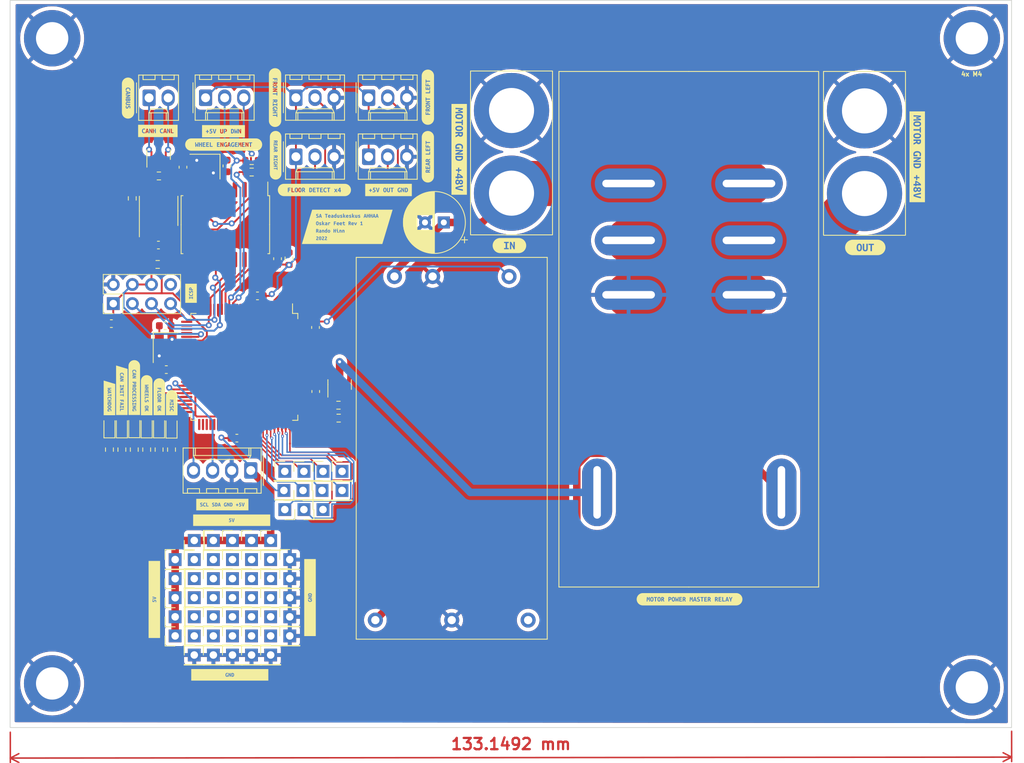
<source format=kicad_pcb>
(kicad_pcb (version 20211014) (generator pcbnew)
  (layers (0 "F.Cu" signal) (31 "B.Cu" signal) (34 "B.Paste" user) (35 "F.Paste" user) (36 "B.SilkS" user "B.Silkscreen") (37 "F.SilkS" user "F.Silkscreen") (38 "B.Mask" user) (39 "F.Mask" user) (44 "Edge.Cuts" user))
  (net 0 "")
  (net 1 "+5V")
  (net 2 "GND")
  (net 3 "/XTAL1")
  (net 4 "Net-(D1-Pad1)")
  (net 5 "Net-(D1-Pad2)")
  (net 6 "/SCK")
  (net 7 "/RESET")
  (net 8 "/MISO")
  (net 9 "/MOSI")
  (net 11 "Net-(R2-Pad1)")
  (net 18 "/CAN_SS")
  (net 32 "/SCL")
  (net 33 "/SDA")
  (net 44 "Net-(U1-Pad65)")
  (net 45 "Net-(U1-Pad66)")
  (net 46 "Net-(U1-Pad67)")
  (net 47 "Net-(U1-Pad68)")
  (net 48 "Net-(U1-Pad69)")
  (net 49 "Net-(U1-Pad70)")
  (net 50 "Net-(U1-Pad74)")
  (net 51 "Net-(U1-Pad73)")
  (net 52 "Net-(U1-Pad72)")
  (net 53 "Net-(U1-Pad71)")
  (net 57 "/MOTOR_PWR_EN")
  (net 75 "/TXCAN")
  (net 76 "/RXCAN")
  (net 80 "/RX0BF")
  (net 81 "/RX1BF")
  (net 82 "/CANRESET")
  (net 83 "/TX2RTS")
  (net 84 "/TX1RTS")
  (net 85 "/TX0RTS")
  (net 86 "/CORNER_SENSOR_RL")
  (net 87 "/CORNER_SENSOR_RR")
  (net 88 "/CORNER_SENSOR_FR")
  (net 89 "/CORNER_SENSOR_FL")
  (net 90 "/XTAL2")
  (net 92 "+48V")
  (net 93 "+12V")
  (net 94 "Net-(J7-Pad2)")
  (net 95 "Net-(K1-Pad1)")
  (net 96 "Net-(Q1-Pad1)")
  (net 97 "/WHEEL_ENGAGEMENT_UPPER")
  (net 98 "/WHEEL_ENGAGEMENT_LOWER")
  (net 99 "Net-(D2-Pad1)")
  (net 100 "Net-(D3-Pad1)")
  (net 101 "Net-(D4-Pad1)")
  (net 102 "Net-(D5-Pad1)")
  (net 103 "Net-(D6-Pad1)")
  (net 104 "Net-(D7-Pad1)")
  (net 105 "/LED1")
  (net 106 "/LED2")
  (net 107 "/LED3")
  (net 108 "/LED4")
  (net 109 "/LED5")
  (net 110 "/LED6")
  (net 114 "/OSC2")
  (net 115 "/OSC1")
  (net 143 "Net-(U1-Pad75)")
  (footprint "Connector_PinHeader_2.54mm:PinHeader_1x01_P2.54mm_Vertical" (layer "F.Cu") (at 79.4766 143.0274)
    (fp_text reference "J47" hide)
    (fp_text value "Conn_01x01_Male")
  )
  (footprint "Connector_PinHeader_2.54mm:PinHeader_1x01_P2.54mm_Vertical" (layer "F.Cu") (at 74.3966 135.4074)
    (fp_text reference "J40" hide)
    (fp_text value "Conn_01x01_Male")
  )
  (footprint "Connector_PinHeader_2.54mm:PinHeader_1x01_P2.54mm_Vertical" (layer "F.Cu") (at 88.8562 126.2126 180)
    (fp_text reference "J63" hide)
    (fp_text value "Conn_01x01_Male")
  )
  (footprint "kibuzzard-61FBB827" (layer "F.Cu") (at 105.4608 73.8832 90)
    (fp_text reference "kibuzzard-61FBB827" hide)
    (fp_text value "G***" hide)
  )
  (footprint "kibuzzard-620F6F6C" (layer "F.Cu") (at 78.3082 80.1878)
    (fp_text reference "kibuzzard-620F6F6C" hide)
    (fp_text value "G***" hide)
  )
  (footprint "Connector_Molex:Molex_KK-254_AE-6410-02A_1x02_P2.54mm_Vertical" (layer "F.Cu") (at 68.38676 73.97085)
    (fp_text reference "J2")
    (fp_text value "Conn_01x02_Male")
  )
  (footprint "Resistor_SMD:R_0603_1608Metric" (layer "F.Cu") (at 69.723 120.777 90)
    (fp_text reference "R11" hide)
    (fp_text value "tbd")
  )
  (footprint "Resistor_SMD:R_0603_1608Metric" (layer "F.Cu") (at 66.421 120.777 90)
    (fp_text reference "R9" hide)
    (fp_text value "tbd")
  )
  (footprint "kibuzzard-61FBB948" (layer "F.Cu") (at 100.2284 86.2276)
    (fp_text reference "kibuzzard-61FBB948" hide)
    (fp_text value "G***" hide)
  )
  (footprint "Connector_PinHeader_2.54mm:PinHeader_1x01_P2.54mm_Vertical" (layer "F.Cu") (at 79.4766 145.5674)
    (fp_text reference "J53" hide)
    (fp_text value "Conn_01x01_Male")
  )
  (footprint "MountingHole:MountingHole_4.3mm_M4_DIN965_Pad_TopBottom" (layer "F.Cu") (at 55.499 151.892)
    (fp_text reference "H3" hide)
    (fp_text value "MountingHole_Pad")
  )
  (footprint "LED_SMD:LED_0603_1608Metric" (layer "F.Cu") (at 64.77 117.729 90)
    (fp_text reference "D3" hide)
    (fp_text value "LED")
  )
  (footprint "Connector_PinHeader_2.54mm:PinHeader_1x01_P2.54mm_Vertical" (layer "F.Cu") (at 79.4766 148.1074)
    (fp_text reference "J30" hide)
    (fp_text value "Conn_01x01_Male")
  )
  (footprint "Capacitor_SMD:C_0603_1608Metric" (layer "F.Cu") (at 70.5278 104.2919)
    (fp_text reference "C4" hide)
    (fp_text value "TBD")
  )
  (footprint "Capacitor_SMD:C_0603_1608Metric" (layer "F.Cu") (at 69.63136 93.55965 180)
    (fp_text reference "C11" hide)
    (fp_text value "10u")
  )
  (footprint "MountingHole:MountingHole_4.3mm_M4_DIN965_Pad_TopBottom" (layer "F.Cu") (at 177.8 66.04)
    (fp_text reference "H4" hide)
    (fp_text value "MountingHole_Pad")
  )
  (footprint "Capacitor_SMD:C_0603_1608Metric" (layer "F.Cu") (at 63.373 104.013 180)
    (fp_text reference "C5" hide)
    (fp_text value "10u")
  )
  (footprint "Connector_PinHeader_2.54mm:PinHeader_1x01_P2.54mm_Vertical" (layer "F.Cu") (at 86.4362 128.7526 180)
    (fp_text reference "J65" hide)
    (fp_text value "Conn_01x01_Male")
  )
  (footprint "Package_QFP:TQFP-100_14x14mm_P0.5mm" (layer "F.Cu") (at 81.057 109.7705 -90)
    (fp_text reference "U1" hide)
    (fp_text value "ATmega2560-16A")
  )
  (footprint "Resistor_SMD:R_0603_1608Metric" (layer "F.Cu") (at 86.995 95.377 90)
    (fp_text reference "R4" hide)
    (fp_text value "10k")
  )
  (footprint "Connector_PinHeader_2.54mm:PinHeader_2x04_P2.54mm_Vertical" (layer "F.Cu") (at 63.627 101.346 90)
    (fp_text reference "J1" hide)
    (fp_text value "PROG")
  )
  (footprint "kibuzzard-620D462F" (layer "F.Cu") (at 116.3066 93.6244)
    (fp_text reference "kibuzzard-620D462F" hide)
    (fp_text value "G***" hide)
  )
  (footprint "Package_TO_SOT_SMD:SOT-23" (layer "F.Cu") (at 93.726 112.12 90)
    (fp_text reference "Q1" hide)
    (fp_text value "BC817")
  )
  (footprint "Connector_PinHeader_2.54mm:PinHeader_1x01_P2.54mm_Vertical" (layer "F.Cu") (at 87.0966 140.4874)
    (fp_text reference "J24" hide)
    (fp_text value "Conn_01x01_Male")
  )
  (footprint "Package_TO_SOT_SMD:SOT-23" (layer "F.Cu") (at 69.65676 81.52005 90)
    (fp_text reference "D1" hide)
    (fp_text value "PESD2CAN")
  )
  (footprint "Connector_Molex:Molex_KK-254_AE-6410-03A_1x03_P2.54mm_Vertical" (layer "F.Cu") (at 97.5868 73.958)
    (fp_text reference "J6" hide)
    (fp_text value "Conn_01x03_Male")
  )
  (footprint "Connector_PinHeader_2.54mm:PinHeader_1x01_P2.54mm_Vertical" (layer "F.Cu") (at 91.5162 123.6726)
    (fp_text reference "J60" hide)
    (fp_text value "Conn_01x01_Male")
  )
  (footprint "Oskar:XT90" (layer "F.Cu") (at 116.586 64.6536)
    (fp_text reference "J8" hide)
    (fp_text value "Conn_01x02_Male")
  )
  (footprint "Connector_PinHeader_2.54mm:PinHeader_1x01_P2.54mm_Vertical" (layer "F.Cu") (at 82.0166 140.4874)
    (fp_text reference "J50" hide)
    (fp_text value "Conn_01x01_Male")
  )
  (footprint "Connector_PinHeader_2.54mm:PinHeader_1x01_P2.54mm_Vertical" (layer "F.Cu") (at 79.4766 135.4074)
    (fp_text reference "J54" hide)
    (fp_text value "Conn_01x01_Male")
  )
  (footprint "LED_SMD:LED_0603_1608Metric" (layer "F.Cu") (at 66.421 117.7035 90)
    (fp_text reference "D4" hide)
    (fp_text value "LED")
  )
  (footprint "Connector_PinHeader_2.54mm:PinHeader_1x01_P2.54mm_Vertical" (layer "F.Cu") (at 84.5566 148.1074)
    (fp_text reference "J29" hide)
    (fp_text value "Conn_01x01_Male")
  )
  (footprint "Connector_PinHeader_2.54mm:PinHeader_1x01_P2.54mm_Vertical" (layer "F.Cu") (at 87.0966 137.9474)
    (fp_text reference "J22" hide)
    (fp_text value "Conn_01x01_Male")
  )
  (footprint "Connector_PinHeader_2.54mm:PinHeader_1x01_P2.54mm_Vertical" (layer "F.Cu") (at 74.3966 145.5674)
    (fp_text reference "J48" hide)
    (fp_text value "Conn_01x01_Male")
  )
  (footprint "Connector_PinHeader_2.54mm:PinHeader_1x01_P2.54mm_Vertical" (layer "F.Cu") (at 74.3966 132.8674 90)
    (fp_text reference "J12" hide)
    (fp_text value "Conn_01x01_Male")
  )
  (footprint "Connector_PinHeader_2.54mm:PinHeader_1x01_P2.54mm_Vertical" (layer "F.Cu") (at 76.9366 137.9474)
    (fp_text reference "J55" hide)
    (fp_text value "Conn_01x01_Male")
  )
  (footprint "Connector_Molex:Molex_KK-254_AE-6410-03A_1x03_P2.54mm_Vertical" (layer "F.Cu") (at 87.9168 81.808)
    (fp_text reference "J4" hide)
    (fp_text value "Conn_01x03_Male")
  )
  (footprint "kibuzzard-622E0128" (layer "F.Cu") (at 64.77 112.8776 -90)
    (fp_text reference "kibuzzard-622E0128" hide)
    (fp_text value "G***" hide)
  )
  (footprint "Resistor_SMD:R_0603_1608Metric" (layer "F.Cu") (at 82.0293 82.3209)
    (fp_text reference "R13" hide)
    (fp_text value "10k")
  )
  (footprint "Oskar:T92P11D22-12" (layer "F.Cu") (at 148.1582 126.4666)
    (fp_text reference "K1" hide)
    (fp_text value "T92P11D22-12")
  )
  (footprint "kibuzzard-62568EE0" (layer "F.Cu") (at 73.9648 99.9744 90)
    (fp_text reference "kibuzzard-62568EE0" hide)
    (fp_text value "G***" hide)
  )
  (footprint "Resistor_SMD:R_0603_1608Metric" (layer "F.Cu") (at 66.15156 87.34885 -90)
    (fp_text reference "R2" hide)
    (fp_text value "10k")
  )
  (footprint "Connector_PinHeader_2.54mm:PinHeader_1x01_P2.54mm_Vertical" (layer "F.Cu") (at 82.0166 143.0274)
    (fp_text reference "J32" hide)
    (fp_text value "Conn_01x01_Male")
  )
  (footprint "Connector_PinHeader_2.54mm:PinHeader_1x01_P2.54mm_Vertical" (layer "F.Cu") (at 71.8566 145.5674 90)
    (fp_text reference "J18" hide)
    (fp_text value "Conn_01x01_Male")
  )
  (footprint "Capacitor_SMD:C_0603_1608Metric" (layer "F.Cu") (at 72.898 83.198 90)
    (fp_text reference "C9" hide)
    (fp_text value "TBD")
  )
  (footprint "Connector_PinHeader_2.54mm:PinHeader_1x01_P2.54mm_Vertical" (layer "F.Cu") (at 86.3162 126.2126 180)
    (fp_text reference "J62" hide)
    (fp_text value "Conn_01x01_Male")
  )
  (footprint "Resistor_SMD:R_0603_1608Metric" (layer "F.Cu") (at 68.072 120.777 90)
    (fp_text reference "R10" hide)
    (fp_text value "tbd")
  )
  (footprint "Connector_PinHeader_2.54mm:PinHeader_1x01_P2.54mm_Vertical" (layer "F.Cu") (at 94.0562 123.6726)
    (fp_text reference "J61" hide)
    (fp_text value "Conn_01x01_Male")
  )
  (footprint "Connector_PinHeader_2.54mm:PinHeader_1x01_P2.54mm_Vertical" (layer "F.Cu") (at 82.0166 148.1074)
    (fp_text reference "J21" hide)
    (fp_text value "Conn_01x01_Male")
  )
  (footprint "kibuzzard-620D4649" (layer "F.Cu") (at 170.5356 81.8134 -90)
    (fp_text reference "kibuzzard-620D4649" hide)
    (fp_text value "G***" hide)
  )
  (footprint "Resistor_SMD:R_0603_1608Metric" (layer "F.Cu") (at 64.77 120.777 90)
    (fp_text reference "R8" hide)
    (fp_text value "tbd")
  )
  (footprint "kibuzzard-622E0245" (layer "F.Cu") (at 63.119 113.8936 -90)
    (fp_text reference "kibuzzard-622E0245" hide)
    (fp_text value "G***" hide)
  )
  (footprint "LED_SMD:LED_0603_1608Metric" (layer "F.Cu") (at 71.374 117.7545 90)
    (fp_text reference "D7" hide)
    (fp_text value "LED")
  )
  (footprint "kibuzzard-625E7F64" (layer "F.Cu") (at 89.789 140.462 90)
    (fp_text reference "kibuzzard-625E7F64" hide)
    (fp_text value "G***" hide)
  )
  (footprint "kibuzzard-622E0714" (layer "F.Cu") (at 68.072 113.538 -90)
    (fp_text reference "kibuzzard-622E0714" hide)
    (fp_text value "G***" hide)
  )
  (footprint "Connector_Molex:Molex_KK-254_AE-6410-03A_1x03_P2.54mm_Vertical" (layer "F.Cu") (at 75.900455 73.958)
    (fp_text reference "J9" hide)
    (fp_text value "Conn_01x03_Male")
  )
  (footprint "LED_SMD:LED_0603_1608Metric" (layer "F.Cu") (at 63.119 117.729 90)
    (fp_text reference "D2" hide)
    (fp_text value "LED")
  )
  (footprint "Package_SO:SOIC-8_3.9x4.9mm_P1.27mm" (layer "F.Cu") (at 69.65676 89.01305 90)
    (fp_text reference "U3" hide)
    (fp_text value "MCP2551-I-SN")
  )
  (footprint "LED_SMD:LED_0603_1608Metric" (layer "F.Cu") (at 68.072 117.729 90)
    (fp_text reference "D5" hide)
    (fp_text value "LED")
  )
  (footprint "Oskar:MPRB4812LD-30W" (layer "F.Cu") (at 108.3358 120.604245 -90)
    (fp_text reference "U4" hide)
    (fp_text value "MPRB4812LD-30W")
  )
  (footprint "Capacitor_SMD:C_0603_1608Metric" (layer "F.Cu") (at 82.804 100.3217 180)
    (fp_text reference "C7" hide)
    (fp_text value "10u")
  )
  (footprint "kibuzzard-61FBB893" (layer "F.Cu") (at 105.4608 81.808 90)
    (fp_text reference "kibuzzard-61FBB893" hide)
    (fp_text value "G***" hide)
  )
  (footprint "Crystal:Crystal_SMD_Abracon_ABM8G-4Pin_3.2x2.5mm" (layer "F.Cu") (at 75.819 83.1218 180)
    (fp_text reference "Y1" hide)
    (fp_text value "Crystal_GND24")
  )
  (footprint "Connector_PinHeader_2.54mm:PinHeader_1x01_P2.54mm_Vertical" (layer "F.Cu") (at 87.0966 143.0274)
    (fp_text reference "J25" hide)
    (fp_text value "Conn_01x01_Male")
  )
  (footprint "kibuzzard-620F6F5F" (layer "F.Cu") (at 78.2828 78.4098)
    (fp_text reference "kibuzzard-620F6F5F" hide)
    (fp_text value "G***" hide)
  )
  (footprint "kibuzzard-625E7F56" (layer "F.Cu") (at 69.088 140.716 90)
    (fp_text reference "kibuzzard-625E7F56" hide)
    (fp_text value "G***" hide)
  )
  (footprint "kibuzzard-62568F06" (layer "F.Cu") (at 71.3994 114.5286 -90)
    (fp_text reference "kibuzzard-62568F06" hide)
    (fp_text value "G***" hide)
  )
  (footprint "Connector_PinHeader_2.54mm:PinHeader_1x01_P2.54mm_Vertical" (layer "F.Cu") (at 88.9762 128.7526 180)
    (fp_text reference "J64" hide)
    (fp_text value "Conn_01x01_Male")
  )
  (footprint "kibuzzard-61FBBA02" (layer "F.Cu") (at 69.55516 78.37045)
    (fp_text reference "kibuzzard-61FBBA02" hide)
    (fp_text value "G***" hide)
  )
  (footprint "MountingHole:MountingHole_4.3mm_M4_DIN965_Pad_TopBottom" (layer "F.Cu") (at 55.499 66.04)
    (fp_text reference "H2" hide)
    (fp_text value "MountingHole_Pad")
  )
  (footprint "Connector_PinHeader_2.54mm:PinHeader_1x01_P2.54mm_Vertical" (layer "F.Cu") (at 88.9762 123.6726)
    (fp_text reference "J59" hide)
    (fp_text value "Conn_01x01_Male")
  )
  (footprint "MountingHole:MountingHole_4.3mm_M4_DIN965_Pad_TopBottom" (layer "F.Cu") (at 177.8 152.4)
    (fp_text reference "H1" hide)
    (fp_text value "MountingHole_Pad")
  )
  (footprint "kibuzzard-620D4636" (layer "F.Cu") (at 163.6268 93.8784)
    (fp_text reference "kibuzzard-620D4636" hide)
    (fp_text value "G***" hide)
  )
  (footprint "Connector_PinHeader_2.54mm:PinHeader_1x01_P2.54mm_Vertical" (layer "F.Cu") (at 87.0966 135.4074)
    (fp_text reference "J28" hide)
    (fp_text value "Conn_01x01_Male")
  )
  (footprint "Connector_PinHeader_2.54mm:PinHeader_1x01_P2.54mm_Vertical" (layer "F.Cu") (at 84.5566 143.0274)
    (fp_text reference "J36" hide)
    (fp_text value "Conn_01x01_Male")
  )
  (footprint "Connector_PinHeader_2.54mm:PinHeader_1x01_P2.54mm_Vertical" (layer "F.Cu") (at 76.9366 145.5674)
    (fp_text reference "J38" hide)
    (fp_text value "Conn_01x01_Male")
  )
  (footprint "Connector_PinHeader_2.54mm:PinHeader_1x01_P2.54mm_Vertical" (layer "F.Cu") (at 76.9366 135.4074)
    (fp_text reference "J31" hide)
    (fp_text value "Conn_01x01_Male")
  )
  (footprint "Resistor_SMD:R_0603_1608Metric" (layer "F.Cu") (at 69.533 96.139 180)
    (fp_text reference "R1" hide)
    (fp_text value "10k")
  )
  (footprint "Capacitor_SMD:C_0603_1608Metric" (layer "F.Cu") (at 80.0608 119.253)
    (fp_text reference "C6" hide)
    (fp_text value "10u")
  )
  (footprint "Connector_PinHeader_2.54mm:PinHeader_1x01_P2.54mm_Vertical" (layer "F.Cu") (at 76.9366 132.8674)
    (fp_text reference "J11" hide)
    (fp_text value "Conn_01x01_Male")
  )
  (footprint "Connector_PinHeader_2.54mm:PinHeader_1x01_P2.54mm_Vertical" (layer "F.Cu") (at 84.5566 137.9474)
    (fp_text reference "J33" hide)
    (fp_text value "Conn_01x01_Male")
  )
  (footprint "Oskar:XT90" (layer "F.Cu") (at 163.5252 64.7044)
    (fp_text reference "J7" hide)
    (fp_text value "Conn_01x02_Female")
  )
  (footprint "Connector_Molex:Molex_KK-254_AE-6410-04A_1x04_P2.54mm_Vertical" (layer "F.Cu") (at 81.915 123.551 180)
    (fp_text reference "J10" hide)
    (fp_text value "Conn_01x04_Male")
  )
  (footprint "Connector_PinHeader_2.54mm:PinHeader_1x01_P2.54mm_Vertical" (layer "F.Cu") (at 94.0562 126.2126)
    (fp_text reference "J66" hide)
    (fp_text value "Conn_01x01_Male")
  )
  (footprint "Connector_PinHeader_2.54mm:PinHeader_1x01_P2.54mm_Vertical" (layer "F.Cu") (at 91.5162 128.7526)
    (fp_text reference "J56" hide)
    (fp_text value "Conn_01x01_Male")
  )
  (footprint "Capacitor_SMD:C_0603_1608Metric" (layer "F.Cu") (at 85.471 95.377 90)
    (fp_text reference "C10" hide)
    (fp_text value "10u")
  )
  (footprint "Connector_PinHeader_2.54mm:PinHeader_1x01_P2.54mm_Vertical" (layer "F.Cu") (at 71.8566 135.4074)
    (fp_text reference "J20" hide)
    (fp_text value "Conn_01x01_Male")
  )
  (footprint "kibuzzard-61FBBA21" (layer "F.Cu") (at 65.59276 74.00165 -90)
    (fp_text reference "kibuzzard-61FBBA21" hide)
    (fp_text value "G***" hide)
  )
  (footprint "kibuzzard-6256903B" (layer "F.Cu") (at 94.742 91.1352)
    (fp_text reference "kibuzzard-6256903B" hide)
    (fp_text value "G***" hide)
  )
  (footprint "Connector_PinHeader_2.54mm:PinHeader_1x01_P2.54mm_Vertical" (layer "F.Cu") (at 79.4766 132.8674)
    (fp_text reference "J15" hide)
    (fp_text value "Conn_01x01_Male")
  )
  (footprint "Connector_PinHeader_2.54mm:PinHeader_1x01_P2.54mm_Vertical" (layer "F.Cu") (at 79.4766 137.9474)
    (fp_text reference "J39" hide)
    (fp_text value "Conn_01x01_Male")
  )
  (footprint "Package_SO:SOIC-18W_7.5x11.6mm_P1.27mm" (layer "F.Cu") (at 78.5368 90.8434 -90)
    (fp_text reference "U2" hide)
    (fp_text value "MCP2515-xSO")
  )
  (footprint "Resistor_SMD:R_0603_1608Metric" (layer "F.Cu") (at 93.5736 114.8655 180)
    (fp_text reference "R5" hide)
    (fp_text value "330")
  )
  (footprint "Connector_PinHeader_2.54mm:PinHeader_1x01_P2.54mm_Vertical" (layer "F.Cu") (at 84.5566 132.8674)
    (fp_text reference "J17" hide)
    (fp_text value "Conn_01x01_Male")
  )
  (footprint "kibuzzard-61FBB8B4" (layer "F.Cu") (at 85.1408 73.934 -90)
    (fp_text reference "kibuzzard-61FBB8B4" hide)
    (fp_text value "G***" hide)
  )
  (footprint "Connector_PinHeader_2.54mm:PinHeader_1x01_P2.54mm_Vertical" (layer "F.Cu") (at 79.4766 140.4874)
    (fp_text reference "J44" hide)
    (fp_text value "Conn_01x01_Male")
  )
  (footprint "Capacitor_SMD:C_0603_1608Metric" (layer "F.Cu") (at 90.551 113.043 90)
    (fp_text reference "C1" hide)
    (fp_text value "10u")
  )
  (footprint "kibuzzard-622DE651" (layer "F.Cu") (at 85.217 81.6102 -90)
    (fp_text reference "kibuzzard-622DE651" hide)
    (fp_text value "G***" hide)
  )
  (footprint "Resistor_SMD:R_0603_1608Metric" (layer "F.Cu") (at 82.0293 83.8449)
    (fp_text reference "R14" hide)
    (fp_text value "10k")
  )
  (footprint "Connector_PinHeader_2.54mm:PinHeader_1x01_P2.54mm_Vertical" (layer "F.Cu") (at 84.5566 135.4074)
    (fp_text reference "J43" hide)
    (fp_text value "Conn_01x01_Male")
  )
  (footprint "Connector_PinHeader_2.54mm:PinHeader_1x01_P2.54mm_Vertical" (layer "F.Cu") (at 82.0166 132.8674)
    (fp_text reference "J13" hide)
    (fp_text value "Conn_01x01_Male")
  )
  (footprint "Connector_Molex:Molex_KK-254_AE-6410-03A_1x03_P2.54mm_Vertical" (layer "F.Cu") (at 97.5868 81.808)
    (fp_text reference "J3" hide)
    (fp_text value "Conn_01x03_Male")
  )
  (footprint "Resistor_SMD:R_0603_1608Metric" (layer "F.Cu") (at 71.374 120.777 90)
    (fp_text reference "R12" hide)
    (fp_text value "tbd")
  )
  (footprint "Connector_PinHeader_2.54mm:PinHeader_1x01_P2.54mm_Vertical" (layer "F.Cu") (at 71.8566 140.4874 90)
    (fp_text reference "J19" hide)
    (fp_text value "Conn_01x01_Male")
  )
  (footprint "Resistor_SMD:R_0603_1608Metric" (layer "F.Cu") (at 69.69536 84.36485)
    (fp_text reference "R3" hide)
    (fp_text value "120")
  )
  (footprint "Capacitor_SMD:C_0603_1608Metric" (layer "F.Cu") (at 90.5198 104.5227 -90)
    (fp_text reference "C2" hide)
    (fp_text value "10u")
  )
  (footprint "Connector_PinHeader_2.54mm:PinHeader_1x01_P2.54mm_Vertical" (layer "F.Cu") (at 76.9366 143.0274)
    (fp_text reference "J34" hide)
    (fp_text value "Conn_01x01_Male")
  )
  (footprint "Capacitor_SMD:C_0603_1608Metric" (layer "F.Cu") (at 78.74 83.0326 90)
    (fp_text reference "C8" hide)
    (fp_text value "TBD")
  )
  (footprint "Connector_PinHeader_2.54mm:PinHeader_1x01_P2.54mm_Vertical" (layer "F.Cu") (at 74.3966 140.4874)
    (fp_text reference "J52" hide)
    (fp_text value "Conn_01x01_Male")
  )
  (footprint "kibuzzard-625E7F64" (layer "F.Cu") (at 79.121 150.749)
    (fp_text reference "kibuzzard-625E7F64" hide)
    (fp_text value "G***" hide)
  )
  (footprint "Connector_PinHeader_2.54mm:PinHeader_1x01_P2.54mm_Vertical" (layer "F.Cu") (at 76.9366 148.1074)
    (fp_text reference "J27" hide)
    (fp_text value "Conn_01x01_Male")
  )
  (footprint "Connector_PinHeader_2.54mm:PinHeader_1x01_P2.54mm_Vertical" (layer "F.Cu") (at 74.3966 143.0274)
    (fp_text reference "J42" hide)
    (fp_text value "Conn_01x01_Male")
  )
  (footprint "Connector_PinHeader_2.54mm:PinHeader_1x01_P2.54mm_Vertical" (layer "F.Cu") (at 86.4362 123.6726)
    (fp_text reference "J58" hide)
    (fp_text value "Conn_01x01_Male")
  )
  (footprint "Connector_PinHeader_2.54mm:PinHeader_1x01_P2.54mm_Vertical" (layer "F.Cu") (at 82.0166 145.5674)
    (fp_text reference "J49" hide)
    (fp_text value "Conn_01x01_Male")
  )
  (footprint "kibuzzard-620D4649" (layer "F.Cu") (at 109.6264 80.8228 -90)
    (fp_text reference "kibuzzard-620D4649" hide)
    (fp_text value "G***" hide)
  )
  (footprint "Connector_PinHeader_2.54mm:PinHeader_1x01_P2.54mm_Vertical" (layer "F.Cu") (at 87.0966 145.5674)
    (fp_text reference "J23" hide)
    (fp_text value "Conn_01x01_Male")
  )
  (footprint "Resistor_SMD:R_0603_1608Metric" (layer "F.Cu") (at 63.119 120.777 90)
    (fp_text reference "R7" hide)
    (fp_text value "tbd")
  )
  (footprint "kibuzzard-61FC1DAC" (layer "F.Cu") (at 140.2588 140.6906)
    (fp_text reference "kibuzzard-61FC1DAC" hide)
    (fp_text value "G***" hide)
  )
  (footprint "Connector_PinHeader_2.54mm:PinHeader_1x01_P2.54mm_Vertical" (layer "F.Cu") (at 71.8566 137.9474 90)
    (fp_text reference "J16" hide)
    (fp_text value "Conn_01x01_Male")
  )
  (footprint "Connector_PinHeader_2.54mm:PinHeader_1x01_P2.54mm_Vertical" (layer "F.Cu") (at 76.9366 140.4874)
    (fp_text reference "J51" hide)
    (fp_text value "Conn_01x01_Male")
  )
  (footprint "Resistor_SMD:R_0603_1608Metric" (layer "F.Cu") (at 93.599 116.586)
    (fp_text reference "R6" hide)
    (fp_text value "10k")
  )
  (footprint "Connector_PinHeader_2.54mm:PinHeader_1x01_P2.54mm_Vertical" (layer "F.Cu") (at 74.3966 137.9474)
    (fp_text reference "J37" hide)
    (fp_text value "Conn_01x01_Male")
  )
  (footprint "Connector_PinHeader_2.54mm:PinHeader_1x01_P2.54mm_Vertical" (layer "F.Cu") (at 82.0166 137.9474)
    (fp_text reference "J46" hide)
    (fp_text value "Conn_01x01_Male")
  )
  (footprint "kibuzzard-625E7F56" (layer "F.Cu") (at 79.375 130.175)
    (fp_text reference "kibuzzard-625E7F56" hide)
    (fp_text value "G***" hide)
  )
  (footprint "Connector_PinHeader_2.54mm:PinHeader_1x01_P2.54mm_Vertical" (layer "F.Cu") (at 91.3962 126.2126)
    (fp_text reference "J67" hide)
    (fp_text value "Conn_01x01_Male")
  )
  (footprint "Capacitor_SMD:C_0603_1608Metric" (layer "F.Cu") (at 70.6802 110.1339)
    (fp_text reference "C3" hide)
    (fp_text value "TBD")
  )
  (footprint "LED_SMD:LED_0603_1608Metric" (layer "F.Cu") (at 69.723 117.729 90)
    (fp_text reference "D6" hide)
    (fp_text value "LED")
  )
  (footprint "kibuzzard-622E021D" (layer "F.Cu") (at 66.421 112.522 -90)
    (fp_text reference "kibuzzard-622E021D" hide)
    (fp_text value "G***" hide)
  )
  (footprint "Connector_Molex:Molex_KK-254_AE-6410-03A_1x03_P2.54mm_Vertical" (layer "F.Cu") (at 87.9168 73.958)
    (fp_text reference "J5" hide)
    (fp_text value "Conn_01x03_Male")
  )
  (footprint "Connector_PinHeader_2.54mm:PinHeader_1x01_P2.54mm_Vertical" (layer "F.Cu") (at 84.5566 145.5674)
    (fp_text reference "J45" hide)
    (fp_text value "Conn_01x01_Male")
  )
  (footprint "kibuzzard-622E0709" (layer "F.Cu") (at 69.7484 113.7412 -90)
    (fp_text reference "kibuzzard-622E0709" hide)
    (fp_text value "G***" hide)
  )
  (footprint "Connector_PinHeader_2.54mm:PinHeader_1x01_P2.54mm_Vertical" (layer "F.Cu") (at 71.8566 143.0274 90)
    (fp_text reference "J14" hide)
    (fp_text value "Conn_01x01_Male")
  )
  (footprint "Crystal:Crystal_SMD_Abracon_ABM8G-4Pin_3.2x2.5mm" (layer "F.Cu") (at 70.5922 107.2051 -90)
    (fp_text reference "Y3" hide)
    (fp_text value "Crystal_GND24")
  )
  (footprint "Connector_PinHeader_2.54mm:PinHeader_1x01_P2.54mm_Vertical" (layer "F.Cu") (at 84.5566 140.4874)
    (fp_text reference "J35" hide)
    (fp_text value "Conn_01x01_Male")
  )
  (footprint "Connector_PinHeader_2.54mm:PinHeader_1x01_P2.54mm_Vertical" (layer "F.Cu") (at 74.3966 148.1074)
    (fp_text reference "J26" hide)
    (fp_text value "Conn_01x01_Male")
  )
  (footprint "kibuzzard-61FBBAE0" (layer "F.Cu") (at 90.3732 86.2276)
    (fp_text reference "kibuzzard-61FBBAE0" hide)
    (fp_text value "G***" hide)
  )
  (footprint "kibuzzard-623B0250" (layer "F.Cu") (at 78.1304 128.0922)
    (fp_text reference "kibuzzard-623B0250" hide)
    (fp_text value "G***" hide)
  )
  (footprint "Capacitor_THT:CP_Radial_D8.0mm_P2.50mm" (layer "F.Cu") (at 107.578651 90.551 180)
    (fp_text reference "C12" hide)
    (fp_text value "TBD")
  )
  (footprint "Connector_PinHeader_2.54mm:PinHeader_1x01_P2.54mm_Vertical" (layer "F.Cu") (at 82.0166 135.4074)
    (fp_text reference "J41" hide)
    (fp_text value "Conn_01x01_Male")
  )
  (gr_rect (start 49.9116 61) (end 183.0855 157.759669) (layer "Edge.Cuts") (width 0.1) (fill none))
  (gr_text "4x M4" (at 177.7746 70.8152) (layer "F.SilkS") (effects (font (size 0.6 0.6) (thickness 0.14))))
  (dimension (type aligned) (layer "F.Cu") (pts (xy 49.9364 157.8864) (xy 183.0855 157.759669)) (height 3.936533) (gr_text "133,1492 mm" (at 116.512984 159.959567 0.05453354131) (layer "F.Cu") (effects (font (size 1.5 1.5) (thickness 0.3)))) (format (units 3) (units_format 1) (precision 4)) (style (thickness 0.2) (arrow_length 1.27) (text_position_mode 0) (extension_height 0.58642) (extension_offset 0.5) keep_text_aligned))
  (segment (start 71.542521 99.980511) (end 69.881511 99.980511) (width 0.25) (layer "F.Cu") (net 1))
  (segment (start 83.416994 103.7705) (end 88.7195 103.7705) (width 0.25) (layer "F.Cu") (net 1))
  (segment (start 83.579 100.3217) (end 84.4633 100.3217) (width 0.25) (layer "F.Cu") (net 1))
  (segment (start 70.40636 96.09064) (end 70.358 96.139) (width 0.25) (layer "F.Cu") (net 1))
  (segment (start 76.073 105.664) (end 76.073 105.005953) (width 0.25) (layer "F.Cu") (net 1))
  (segment (start 74.197006 106.2705) (end 75.4665 106.2705) (width 0.25) (layer "F.Cu") (net 1))
  (segment (start 70.104 99.949) (end 70.072489 99.917489) (width 0.25) (layer "F.Cu") (net 1))
  (segment (start 78.0796 119.253) (end 78.0034 119.1768) (width 0.25) (layer "F.Cu") (net 1))
  (segment (start 71.8566 133.5574) (end 72.5466 132.8674) (width 1) (layer "F.Cu") (net 1))
  (segment (start 82.557 102.910506) (end 83.416994 103.7705) (width 0.25) (layer "F.Cu") (net 1))
  (segment (start 70.29176 93.44505) (end 70.40636 93.55965) (width 0.25) (layer "F.Cu") (net 1))
  (segment (start 87.916994 113.7705) (end 87.53152 113.385026) (width 0.25) (layer "F.Cu") (net 1))
  (segment (start 87.53152 104.155974) (end 87.916994 103.7705) (width 0.25) (layer "F.Cu") (net 1))
  (segment (start 92.0242 103.7336) (end 90.5339 103.7336) (width 0.25) (layer "F.Cu") (net 1))
  (segment (start 82.557 102.108) (end 82.557 101.305494) (width 0.25) (layer "F.Cu") (net 1))
  (segment (start 79.2858 119.253) (end 78.0796 119.253) (width 0.25) (layer "F.Cu") (net 1))
  (segment (start 80.316514 116.37098) (end 87.31338 116.37098) (width 0.25) (layer "F.Cu") (net 1))
  (segment (start 80.057 116.630494) (end 80.316514 116.37098) (width 0.25) (layer "F.Cu") (net 1))
  (segment (start 87.53152 113.385026) (end 87.53152 104.155974) (width 0.25) (layer "F.Cu") (net 1))
  (segment (start 87.53152 116.17648) (end 87.53152 113.385026) (width 0.25) (layer "F.Cu") (net 1))
  (segment (start 71.8566 145.5674) (end 71.8566 135.4074) (width 1) (layer "F.Cu") (net 1))
  (segment (start 83.540794 100.3217) (end 83.579 100.3217) (width 0.25) (layer "F.Cu") (net 1))
  (segment (start 70.072489 99.917489) (end 70.072489 96.424511) (width 0.25) (layer "F.Cu") (net 1))
  (segment (start 87.31338 116.37098) (end 87.3252 116.3828) (width 0.25) (layer "F.Cu") (net 1))
  (segment (start 85.471 96.152) (end 84.2754 96.152) (width 0.25) (layer "F.Cu") (net 1))
  (segment (start 84.5566 126.1926) (end 84.5566 132.8674) (width 1) (layer "F.Cu") (net 1))
  (segment (start 63.627 102.984) (end 63.627 101.346) (width 0.25) (layer "F.Cu") (net 1))
  (segment (start 72.712505 101.150495) (end 71.542521 99.980511) (width 0.25) (layer "F.Cu") (net 1))
  (segment (start 74.197006 106.2705) (end 74.549 106.622494) (width 0.25) (layer "F.Cu") (net 1))
  (segment (start 90.5339 103.7336) (end 90.5198 103.7477) (width 0.25) (layer "F.Cu") (net 1))
  (segment (start 70.29176 91.111978) (end 70.29176 91.48805) (width 0.25) (layer "F.Cu") (net 1))
  (segment (start 82.557 102.108) (end 82.557 102.910506) (width 0.25) (layer "F.Cu") (net 1))
  (segment (start 70.29176 91.48805) (end 70.29176 93.44505) (width 0.25) (layer "F.Cu") (net 1))
  (segment (start 97.5868 73.958) (end 97.5868 81.808) (width 0.25) (layer "F.Cu") (net 1))
  (segment (start 71.8566 135.4074) (end 71.8566 133.5574) (width 1) (layer "F.Cu") (net 1))
  (segment (start 90.551 113.818) (end 90.5035 113.7705) (width 0.25) (layer "F.Cu") (net 1))
  (segment (start 72.712505 101.645458) (end 72.712505 101.150495) (width 0.25) (layer "F.Cu") (net 1))
  (segment (start 72.5466 132.8674) (end 74.3966 132.8674) (width 1) (layer "F.Cu") (net 1))
  (segment (start 62.598 104.013) (end 63.627 102.984) (width 0.25) (layer "F.Cu") (net 1))
  (segment (start 70.40636 93.55965) (end 70.40636 96.09064) (width 0.25) (layer "F.Cu") (net 1))
  (segment (start 74.549 116.205) (end 74.71498 116.37098) (width 0.25) (layer "F.Cu") (net 1))
  (segment (start 80.057 117.433) (end 80.057 116.630494) (width 0.25) (layer "F.Cu") (net 1))
  (segment (start 82.557 101.305494) (end 83.540794 100.3217) (width 0.25) (layer "F.Cu") (net 1))
  (segment (start 63.627 101.346) (end 64.992489 99.980511) (width 0.25) (layer "F.Cu") (net 1))
  (segment (start 87.916994 103.7705) (end 88.7195 103.7705) (width 0.25) (layer "F.Cu") (net 1))
  (segment (start 87.3252 116.3828) (end 87.53152 116.17648) (width 0.25) (layer "F.Cu") (net 1))
  (segment (start 86.945 96.152) (end 86.995 96.202) (width 0.25) (layer "F.Cu") (net 1))
  (segment (start 84.2754 96.152) (end 83.6168 95.4934) (width 0.25) (layer "F.Cu") (net 1))
  (segment (start 87.9168 73.958) (end 87.9168 81.808) (width 0.25) (layer "F.Cu") (net 1))
  (segment (start 84.4633 100.3217) (end 84.709 100.076) (width 0.25) (layer "F.Cu") (net 1))
  (segment (start 70.072489 96.424511) (end 70.358 96.139) (width 0.25) (layer "F.Cu") (net 1))
  (segment (start 73.3867 106.2783) (end 73.3945 106.2705) (width 0.25) (layer "F.Cu") (net 1))
  (segment (start 64.992489 99.980511) (end 70.072489 99.980511) (width 0.25) (layer "F.Cu") (net 1))
  (segment (start 80.057 118.4818) (end 79.2858 119.253) (width 0.25) (layer "F.Cu") (net 1))
  (segment (start 90.497 103.7705) (end 90.5198 103.7477) (width 0.25) (layer "F.Cu") (net 1))
  (segment (start 74.549 106.622494) (end 74.549 116.205) (width 0.25) (layer "F.Cu") (net 1))
  (segment (start 80.057 117.433) (end 80.057 118.4818) (width 0.25) (layer "F.Cu") (net 1))
  (segment (start 73.3945 106.2705) (end 74.197006 106.2705) (width 0.25) (layer "F.Cu") (net 1))
  (segment (start 88.7195 113.7705) (end 87.916994 113.7705) (width 0.25) (layer "F.Cu") (net 1))
  (segment (start 75.4665 106.2705) (end 76.073 105.664) (width 0.25) (layer "F.Cu") (net 1))
  (segment (start 90.5035 113.7705) (end 88.7195 113.7705) (width 0.25) (layer "F.Cu") (net 1))
  (segment (start 70.072489 99.980511) (end 70.104 99.949) (width 0.25) (layer "F.Cu") (net 1))
  (segment (start 76.073 105.005953) (end 72.712505 101.645458) (width 0.25) (layer "F.Cu") (net 1))
  (segment (start 85.471 96.152) (end 86.945 96.152) (width 0.25) (layer "F.Cu") (net 1))
  (segment (start 74.71498 116.37098) (end 80.316514 116.37098) (width 0.25) (layer "F.Cu") (net 1))
  (segment (start 74.3966 132.8674) (end 84.5566 132.8674) (width 1) (layer "F.Cu") (net 1))
  (segment (start 88.7195 103.7705) (end 90.497 103.7705) (width 0.25) (layer "F.Cu") (net 1))
  (segment (start 81.915 123.551) (end 84.5566 126.1926) (width 1) (layer "F.Cu") (net 1))
  (via blind (at 92.0242 103.7336) (size 0.8) (drill 0.4) (layers "F.Cu" "B.Cu") (net 1))
  (via (at 86.995 96.202) (size 0.8) (drill 0.4) (layers "F.Cu" "B.Cu") (net 1))
  (via blind (at 78.0034 119.1768) (size 0.8) (drill 0.4) (layers "F.Cu" "B.Cu") (net 1))
  (via blind (at 84.709 100.076) (size 0.8) (drill 0.4) (layers "F.Cu" "B.Cu") (net 1))
  (segment (start 84.709 100.076) (end 85.471 99.314) (width 0.25) (layer "B.Cu") (net 1))
  (segment (start 96.16728 72.53848) (end 97.5868 73.958) (width 0.25) (layer "B.Cu") (net 1))
  (segment (start 78.0034 119.1768) (end 81.915 123.0884) (width 0.25) (layer "B.Cu") (net 1))
  (segment (start 116.2558 97.744245) (end 114.931289 96.419734) (width 0.25) (layer "B.Cu") (net 1))
  (segment (start 81.915 123.0884) (end 81.915 123.551) (width 0.25) (layer "B.Cu") (net 1))
  (segment (start 99.338066 96.419734) (end 92.0242 103.7336) (width 0.25) (layer "B.Cu") (net 1))
  (segment (start 87.9168 73.958) (end 89.33632 72.53848) (width 0.25) (layer "B.Cu") (net 1))
  (segment (start 77.319975 72.53848) (end 86.49728 72.53848) (width 0.25) (layer "B.Cu") (net 1))
  (segment (start 87.9168 81.808) (end 87.9168 95.2802) (width 0.25) (layer "B.Cu") (net 1))
  (segment (start 114.931289 96.419734) (end 99.338066 96.419734) (width 0.25) (layer "B.Cu") (net 1))
  (segment (start 89.33632 72.53848) (end 96.16728 72.53848) (width 0.25) (layer "B.Cu") (net 1))
  (segment (start 86.49728 72.53848) (end 87.9168 73.958) (width 0.25) (layer "B.Cu") (net 1))
  (segment (start 85.471 99.314) (end 85.471 97.726) (width 0.25) (layer "B.Cu") (net 1))
  (segment (start 87.9168 95.2802) (end 86.995 96.202) (width 0.25) (layer "B.Cu") (net 1))
  (segment (start 75.900455 73.958) (end 77.319975 72.53848) (width 0.25) (layer "B.Cu") (net 1))
  (segment (start 85.471 97.726) (end 86.995 96.202) (width 0.25) (layer "B.Cu") (net 1))
  (segment (start 63.119 121.602) (end 71.374 121.602) (width 0.25) (layer "F.Cu") (net 2))
  (segment (start 73.0492 82.2718) (end 72.898 82.423) (width 0.25) (layer "F.Cu") (net 2))
  (segment (start 78.74 83.8076) (end 77.089 83.8076) (width 0.25) (layer "F.Cu") (net 2))
  (segment (start 77.089 83.8076) (end 76.9366 83.96) (width 0.25) (layer "F.Cu") (net 2))
  (segment (start 88.7195 113.2705) (end 89.5485 113.2705) (width 0.25) (layer "F.Cu") (net 2))
  (segment (start 71.4422 106.1051) (end 71.4422 104.4313) (width 0.25) (layer "F.Cu") (net 2))
  (segment (start 74.719 82.2758) (end 74.7268 82.2836) (width 0.25) (layer "F.Cu") (net 2))
  (segment (start 69.7422 109.9709) (end 69.9052 110.1339) (width 0.25) (layer "F.Cu") (net 2))
  (segment (start 69.7422 108.3051) (end 69.7422 109.9709) (width 0.25) (layer "F.Cu") (net 2))
  (segment (start 132.1562 100.1776) (end 148.1582 100.1776) (width 6) (layer "F.Cu") (net 2))
  (segment (start 89.790462 104.2705) (end 90.5198 104.999838) (width 0.25) (layer "F.Cu") (net 2))
  (segment (start 69.02176 91.48805) (end 69.02176 93.39425) (width 0.25) (layer "F.Cu") (net 2))
  (segment (start 80.557 117.433) (end 80.557 118.9742) (width 0.25) (layer "F.Cu") (net 2))
  (segment (start 73.3945 106.7705) (end 72.1076 106.7705) (width 0.25) (layer "F.Cu") (net 2))
  (segment (start 88.7195 104.2705) (end 89.790462 104.2705) (width 0.25) (layer "F.Cu") (net 2))
  (segment (start 82.057 102.108) (end 82.057 100.3497) (width 0.25) (layer "F.Cu") (net 2))
  (segment (start 72.1076 106.7705) (end 71.4422 106.1051) (width 0.25) (layer "F.Cu") (net 2))
  (segment (start 90.5198 104.999838) (end 90.5198 105.2977) (width 0.25) (layer "F.Cu") (net 2))
  (segment (start 74.719 82.2718) (end 73.0492 82.2718) (width 0.25) (layer "F.Cu") (net 2))
  (segment (start 82.057 100.3497) (end 82.029 100.3217) (width 0.25) (layer "F.Cu") (net 2))
  (segment (start 89.5485 113.2705) (end 90.551 112.268) (width 0.25) (layer "F.Cu") (net 2))
  (segment (start 69.02176 93.39425) (end 68.85636 93.55965) (width 0.25) (layer "F.Cu") (net 2))
  (segment (start 71.4422 104.4313) (end 71.3028 104.2919) (width 0.25) (layer "F.Cu") (net 2))
  (segment (start 80.557 118.9742) (end 80.8358 119.253) (width 0.25) (layer "F.Cu") (net 2))
  (segment (start 74.719 82.2718) (end 74.719 82.2758) (width 0.25) (layer "F.Cu") (net 2))
  (via (at 71.4422 106.1051) (size 0.8) (drill 0.4) (layers "F.Cu" "B.Cu") (net 2))
  (via (at 76.9366 83.96) (size 0.8) (drill 0.4) (layers "F.Cu" "B.Cu") (net 2))
  (via (at 69.7422 108.3051) (size 0.8) (drill 0.4) (layers "F.Cu" "B.Cu") (net 2))
  (via (at 74.7268 82.2836) (size 0.8) (drill 0.4) (layers "F.Cu" "B.Cu") (net 2))
  (segment (start 76.4032 83.96) (end 76.9366 83.96) (width 0.25) (layer "B.Cu") (net 2))
  (segment (start 74.7268 82.2836) (end 76.4032 83.96) (width 0.25) (layer "B.Cu") (net 2))
  (segment (start 69.7422 108.3051) (end 69.7422 107.8051) (width 0.25) (layer "B.Cu") (net 2))
  (segment (start 69.7422 107.8051) (end 71.4422 106.1051) (width 0.25) (layer "B.Cu") (net 2))
  (segment (start 73.3945 107.7705) (end 71.9768 107.7705) (width 0.25) (layer "F.Cu") (net 3))
  (segment (start 71.4422 110.1209) (end 71.4552 110.1339) (width 0.25) (layer "F.Cu") (net 3))
  (segment (start 71.4422 108.3051) (end 71.4422 110.1209) (width 0.25) (layer "F.Cu") (net 3))
  (segment (start 71.9768 107.7705) (end 71.4422 108.3051) (width 0.25) (layer "F.Cu") (net 3))
  (segment (start 68.70676 82.45755) (end 68.70676 84.20125) (width 0.25) (layer "F.Cu") (net 4))
  (segment (start 68.70676 84.20125) (end 68.87036 84.36485) (width 0.25) (layer "F.Cu") (net 4))
  (segment (start 69.02176 86.53805) (end 69.02176 84.51625) (width 0.25) (layer "F.Cu") (net 4))
  (segment (start 68.70676 81.15824) (end 68.38676 80.83824) (width 0.25) (layer "F.Cu") (net 4))
  (segment (start 68.70676 82.45755) (end 68.70676 81.15824) (width 0.25) (layer "F.Cu") (net 4))
  (segment (start 69.02176 84.51625) (end 68.87036 84.36485) (width 0.25) (layer "F.Cu") (net 4))
  (via blind (at 68.38676 80.83824) (size 0.8) (drill 0.4) (layers "F.Cu" "B.Cu") (net 4))
  (segment (start 68.38676 73.97085) (end 68.38676 80.83824) (width 0.25) (layer "B.Cu") (net 4))
  (segment (start 70.60676 82.45755) (end 70.60676 81.18364) (width 0.25) (layer "F.Cu") (net 5))
  (segment (start 70.29176 86.53805) (end 70.29176 84.59345) (width 0.25) (layer "F.Cu") (net 5))
  (segment (start 70.60676 84.27845) (end 70.52036 84.36485) (width 0.25) (layer "F.Cu") (net 5))
  (segment (start 70.60676 82.45755) (end 70.60676 84.27845) (width 0.25) (layer "F.Cu") (net 5))
  (segment (start 70.29176 84.59345) (end 70.52036 84.36485) (width 0.25) (layer "F.Cu") (net 5))
  (segment (start 70.60676 81.18364) (end 70.92676 80.86364) (width 0.25) (layer "F.Cu") (net 5))
  (via blind (at 70.92676 80.86364) (size 0.8) (drill 0.4) (layers "F.Cu" "B.Cu") (net 5))
  (segment (start 70.92676 80.86364) (end 70.92676 73.97085) (width 0.25) (layer "B.Cu") (net 5))
  (segment (start 77.2668 97.81463) (end 77.190215 97.891215) (width 0.25) (layer "F.Cu") (net 6))
  (segment (start 77.2668 95.4934) (end 77.2668 97.81463) (width 0.25) (layer "F.Cu") (net 6))
  (segment (start 77.557 102.910506) (end 77.557 102.108) (width 0.25) (layer "F.Cu") (net 6))
  (segment (start 77.813511 104.193999) (end 77.813511 103.167017) (width 0.25) (layer "F.Cu") (net 6))
  (segment (start 77.795755 104.211755) (end 77.813511 104.193999) (width 0.25) (layer "F.Cu") (net 6))
  (segment (start 77.813511 103.167017) (end 77.557 102.910506) (width 0.25) (layer "F.Cu") (net 6))
  (via blind (at 77.795755 104.211755) (size 0.8) (drill 0.4) (layers "F.Cu" "B.Cu") (net 6))
  (via blind (at 77.190215 97.891215) (size 0.8) (drill 0.4) (layers "F.Cu" "B.Cu") (net 6))
  (segment (start 77.190215 97.891215) (end 77.813511 98.514511) (width 0.25) (layer "B.Cu") (net 6))
  (segment (start 67.437359 102.616359) (end 66.167 101.346) (width 0.25) (layer "B.Cu") (net 6))
  (segment (start 75.839991 104.954011) (end 75.565 104.67902) (width 0.25) (layer "B.Cu") (net 6))
  (segment (start 71.404303 104.67902) (end 69.341641 102.616359) (width 0.25) (layer "B.Cu") (net 6))
  (segment (start 75.565 104.67902) (end 71.404303 104.67902) (width 0.25) (layer "B.Cu") (net 6))
  (segment (start 77.813511 104.193999) (end 77.795755 104.211755) (width 0.25) (layer "B.Cu") (net 6))
  (segment (start 77.795755 104.211755) (end 77.053499 104.954011) (width 0.25) (layer "B.Cu") (net 6))
  (segment (start 77.053499 104.954011) (end 75.839991 104.954011) (width 0.25) (layer "B.Cu") (net 6))
  (segment (start 69.341641 102.616359) (end 67.437359 102.616359) (width 0.25) (layer "B.Cu") (net 6))
  (segment (start 77.813511 98.514511) (end 77.813511 104.193999) (width 0.25) (layer "B.Cu") (net 6))
  (segment (start 74.94055 105.7705) (end 75.286216 105.424834) (width 0.25) (layer "F.Cu") (net 7))
  (segment (start 66.167 98.806) (end 68.707 98.806) (width 0.25) (layer "F.Cu") (net 7))
  (segment (start 68.707 98.806) (end 68.707 96.14) (width 0.25) (layer "F.Cu") (net 7))
  (segment (start 73.3945 105.7705) (end 74.94055 105.7705) (width 0.25) (layer "F.Cu") (net 7))
  (segment (start 68.707 96.14) (end 68.708 96.139) (width 0.25) (layer "F.Cu") (net 7))
  (via blind (at 75.286216 105.424834) (size 0.8) (drill 0.4) (layers "F.Cu" "B.Cu") (net 7))
  (segment (start 64.992489 99.980511) (end 64.992489 101.832499) (width 0.25) (layer "B.Cu") (net 7))
  (segment (start 66.167 98.806) (end 64.992489 99.980511) (width 0.25) (layer "B.Cu") (net 7))
  (segment (start 64.992489 101.832499) (end 68.540579 105.380589) (width 0.25) (layer "B.Cu") (net 7))
  (segment (start 75.241971 105.380589) (end 75.286216 105.424834) (width 0.25) (layer "B.Cu") (net 7))
  (segment (start 68.540579 105.380589) (end 75.241971 105.380589) (width 0.25) (layer "B.Cu") (net 7))
  (segment (start 76.557 102.910506) (end 76.557 102.108) (width 0.25) (layer "F.Cu") (net 8))
  (segment (start 76.321161 104.2295) (end 76.321161 103.146345) (width 0.25) (layer "F.Cu") (net 8))
  (segment (start 79.8068 97.323826) (end 76.557 100.573626) (width 0.25) (layer "F.Cu") (net 8))
  (segment (start 76.557 100.573626) (end 76.557 102.108) (width 0.25) (layer "F.Cu") (net 8))
  (segment (start 79.8068 95.4934) (end 79.8068 97.323826) (width 0.25) (layer "F.Cu") (net 8))
  (segment (start 76.321161 103.146345) (end 76.557 102.910506) (width 0.25) (layer "F.Cu") (net 8))
  (via blind (at 76.321161 104.2295) (size 0.8) (drill 0.4) (layers "F.Cu" "B.Cu") (net 8))
  (segment (start 68.707 101.346) (end 71.5905 104.2295) (width 0.25) (layer "B.Cu") (net 8))
  (segment (start 71.5905 104.2295) (end 76.321161 104.2295) (width 0.25) (layer "B.Cu") (net 8))
  (segment (start 78.5368 97.569228) (end 76.877014 99.229014) (width 0.25) (layer "F.Cu") (net 9))
  (segment (start 78.5368 95.4934) (end 78.5368 97.569228) (width 0.25) (layer "F.Cu") (net 9))
  (segment (start 77.089 103.505) (end 77.057 103.473) (width 0.25) (layer "F.Cu") (net 9))
  (segment (start 77.057 103.473) (end 77.057 102.108) (width 0.25) (layer "F.Cu") (net 9))
  (via blind (at 76.877014 99.229014) (size 0.8) (drill 0.4) (layers "F.Cu" "B.Cu") (net 9))
  (via blind (at 77.089 103.505) (size 0.8) (drill 0.4) (layers "F.Cu" "B.Cu") (net 9))
  (segment (start 71.247 101.346) (end 73.406 103.505) (width 0.25) (layer "B.Cu") (net 9))
  (segment (start 76.877014 99.229014) (end 77.089 99.441) (width 0.25) (layer "B.Cu") (net 9))
  (segment (start 73.406 103.505) (end 77.089 103.505) (width 0.25) (layer "B.Cu") (net 9))
  (segment (start 77.089 99.441) (end 77.089 103.505) (width 0.25) (layer "B.Cu") (net 9))
  (segment (start 66.15156 86.52385) (end 67.73756 86.52385) (width 0.25) (layer "F.Cu") (net 11))
  (segment (start 67.73756 86.52385) (end 67.75176 86.53805) (width 0.25) (layer "F.Cu") (net 11))
  (segment (start 81.0768 95.4934) (end 81.0768 96.689544) (width 0.25) (layer "F.Cu") (net 18))
  (segment (start 78.057 99.709344) (end 78.057 102.108) (width 0.25) (layer "F.Cu") (net 18))
  (segment (start 81.0768 96.689544) (end 78.057 99.709344) (width 0.25) (layer "F.Cu") (net 18))
  (segment (start 72.1893 112.2705) (end 71.882 111.9632) (width 0.25) (layer "F.Cu") (net 32))
  (segment (start 73.3945 112.2705) (end 72.1893 112.2705) (width 0.25) (layer "F.Cu") (net 32))
  (via blind (at 71.882 111.9632) (size 0.8) (drill 0.4) (layers "F.Cu" "B.Cu") (net 32))
  (segment (start 71.882 111.9632) (end 76.835 116.9162) (width 0.25) (layer "B.Cu") (net 32))
  (segment (start 76.835 116.9162) (end 76.835 123.551) (width 0.25) (layer "B.Cu") (net 32))
  (segment (start 73.3945 112.7705) (end 71.294498 112.7705) (width 0.25) (layer "F.Cu") (net 33))
  (segment (start 71.294498 112.7705) (end 71.069998 112.546) (width 0.25) (layer "F.Cu") (net 33))
  (via blind (at 71.069998 112.546) (size 0.8) (drill 0.4) (layers "F.Cu" "B.Cu") (net 33))
  (segment (start 71.069998 112.546) (end 74.295 115.771002) (width 0.25) (layer "B.Cu") (net 33))
  (segment (start 74.295 115.771002) (end 74.295 123.551) (width 0.25) (layer "B.Cu") (net 33))
  (segment (start 82.057 119.2934) (end 86.4362 123.6726) (width 0.2) (layer "F.Cu") (net 44))
  (segment (start 82.057 117.433) (end 82.057 119.2934) (width 0.2) (layer "F.Cu") (net 44))
  (segment (start 82.557 117.433) (end 82.557 119.228394) (width 0.2) (layer "F.Cu") (net 45))
  (segment (start 85.677303 122.348697) (end 87.411319 122.348697) (width 0.2) (layer "F.Cu") (net 45))
  (segment (start 88.735222 123.6726) (end 88.9762 123.6726) (width 0.2) (layer "F.Cu") (net 45))
  (segment (start 82.557 119.228394) (end 85.677303 122.348697) (width 0.2) (layer "F.Cu") (net 45))
  (segment (start 87.411319 122.348697) (end 88.735222 123.6726) (width 0.2) (layer "F.Cu") (net 45))
  (segment (start 85.842789 121.949177) (end 89.792777 121.949177) (width 0.2) (layer "F.Cu") (net 46))
  (segment (start 83.057 117.433) (end 83.057 119.163388) (width 0.2) (layer "F.Cu") (net 46))
  (segment (start 83.057 119.163388) (end 85.842789 121.949177) (width 0.2) (layer "F.Cu") (net 46))
  (segment (start 89.792777 121.949177) (end 91.5162 123.6726) (width 0.2) (layer "F.Cu") (net 46))
  (segment (start 83.557 117.433) (end 83.557 119.098382) (width 0.2) (layer "F.Cu") (net 47))
  (segment (start 83.557 119.098382) (end 86.008275 121.549657) (width 0.2) (layer "F.Cu") (net 47))
  (segment (start 91.933257 121.549657) (end 94.0562 123.6726) (width 0.2) (layer "F.Cu") (net 47))
  (segment (start 86.008275 121.549657) (end 91.933257 121.549657) (width 0.2) (layer "F.Cu") (net 47))
  (segment (start 84.057 118.8715) (end 84.0575 118.872) (width 0.2) (layer "F.Cu") (net 48))
  (segment (start 84.057 117.433) (end 84.057 118.8715) (width 0.2) (layer "F.Cu") (net 48))
  (via blind (at 84.0575 118.872) (size 0.4) (drill 0.2) (layers "F.Cu" "B.Cu") (net 48))
  (segment (start 85.2662 126.2126) (end 86.3162 126.2126) (width 0.2) (layer "B.Cu") (net 48))
  (segment (start 84.0575 125.0039) (end 85.2662 126.2126) (width 0.2) (layer "B.Cu") (net 48))
  (segment (start 84.0575 118.872) (end 84.0575 125.0039) (width 0.2) (layer "B.Cu") (net 48))
  (segment (start 84.557 117.433) (end 84.557 119.101) (width 0.2) (layer "F.Cu") (net 49))
  (segment (start 84.557 119.101) (end 84.709 119.253) (width 0.2) (layer "F.Cu") (net 49))
  (via blind (at 84.709 119.253) (size 0.4) (drill 0.2) (layers "F.Cu" "B.Cu") (net 49))
  (segment (start 84.709 124.301089) (end 84.709 119.253) (width 0.2) (layer "B.Cu") (net 49))
  (segment (start 88.8562 126.2126) (end 87.706689 125.063089) (width 0.2) (layer "B.Cu") (net 49))
  (segment (start 87.706689 125.063089) (end 85.471 125.063089) (width 0.2) (layer "B.Cu") (net 49))
  (segment (start 85.471 125.063089) (end 84.709 124.301089) (width 0.2) (layer "B.Cu") (net 49))
  (segment (start 86.557 118.549428) (end 86.625572 118.618) (width 0.2) (layer "F.Cu") (net 50))
  (segment (start 86.557 117.433) (end 86.557 118.549428) (width 0.2) (layer "F.Cu") (net 50))
  (via blind (at 86.625572 118.618) (size 0.4) (drill 0.2) (layers "F.Cu" "B.Cu") (net 50))
  (segment (start 92.71 129.857822) (end 92.646822 129.921) (width 0.2) (layer "B.Cu") (net 50))
  (segment (start 86.741 121.12096) (end 94.36859 121.120962) (width 0.2) (layer "B.Cu") (net 50))
  (segment (start 86.741 118.733428) (end 86.741 121.12096) (width 0.2) (layer "B.Cu") (net 50))
  (segment (start 86.625572 118.618) (end 86.741 118.733428) (width 0.2) (layer "B.Cu") (net 50))
  (segment (start 95.60523 122.688576) (end 95.60523 127.527598) (width 0.2) (layer "B.Cu") (net 50))
  (segment (start 92.646822 129.921) (end 90.1446 129.921) (width 0.2) (layer "B.Cu") (net 50))
  (segment (start 94.36859 121.120962) (end 95.605231 122.357603) (width 0.2) (layer "B.Cu") (net 50))
  (segment (start 92.71 128.016) (end 92.71 129.857822) (width 0.2) (layer "B.Cu") (net 50))
  (segment (start 95.116828 128.016) (end 92.71 128.016) (width 0.2) (layer "B.Cu") (net 50))
  (segment (start 95.60523 127.527598) (end 95.116828 128.016) (width 0.2) (layer "B.Cu") (net 50))
  (segment (start 90.1446 129.921) (end 88.9762 128.7526) (width 0.2) (layer "B.Cu") (net 50))
  (segment (start 95.605231 122.357603) (end 95.60523 122.688576) (width 0.2) (layer "B.Cu") (net 50))
  (segment (start 86.126061 119.003074) (end 86.126072 119.003063) (width 0.2) (layer "F.Cu") (net 51))
  (segment (start 86.126072 118.35253) (end 86.057 118.283458) (width 0.2) (layer "F.Cu") (net 51))
  (segment (start 86.126072 119.003063) (end 86.126072 118.35253) (width 0.2) (layer "F.Cu") (net 51))
  (segment (start 86.057 118.283458) (end 86.057 117.433) (width 0.2) (layer "F.Cu") (net 51))
  (via blind (at 86.126061 119.003074) (size 0.4) (drill 0.2) (layers "F.Cu" "B.Cu") (net 51))
  (segment (start 95.205711 127.362111) (end 95.205711 122.523089) (width 0.2) (layer "B.Cu") (net 51))
  (segment (start 94.203103 121.520481) (end 86.106 121.52048) (width 0.2) (layer "B.Cu") (net 51))
  (segment (start 86.4362 128.7526) (end 87.585711 127.603089) (width 0.2) (layer "B.Cu") (net 51))
  (segment (start 86.126061 121.500419) (end 86.126061 119.003074) (width 0.2) (layer "B.Cu") (net 51))
  (segment (start 94.964733 127.603089) (end 95.205711 127.362111) (width 0.2) (layer "B.Cu") (net 51))
  (segment (start 86.106 121.52048) (end 86.126061 121.500419) (width 0.2) (layer "B.Cu") (net 51))
  (segment (start 95.205711 122.523089) (end 94.203103 121.520481) (width 0.2) (layer "B.Cu") (net 51))
  (segment (start 87.585711 127.603089) (end 94.964733 127.603089) (width 0.2) (layer "B.Cu") (net 51))
  (segment (start 85.557 117.433) (end 85.557 118.489874) (width 0.2) (layer "F.Cu") (net 52))
  (segment (start 85.557 118.489874) (end 85.626561 118.559435) (width 0.2) (layer "F.Cu") (net 52))
  (via blind (at 85.626561 118.559435) (size 0.4) (drill 0.2) (layers "F.Cu" "B.Cu") (net 52))
  (segment (start 94.0562 126.2126) (end 92.665711 124.822111) (width 0.2) (layer "B.Cu") (net 52))
  (segment (start 92.665711 124.822111) (end 92.665711 122.523089) (width 0.2) (layer "B.Cu") (net 52))
  (segment (start 92.062622 121.92) (end 85.61652 121.92) (width 0.2) (layer "B.Cu") (net 52))
  (segment (start 92.665711 122.523089) (end 92.062622 121.92) (width 0.2) (layer "B.Cu") (net 52))
  (segment (start 85.626561 121.909959) (end 85.626561 118.559435) (width 0.2) (layer "B.Cu") (net 52))
  (segment (start 85.61652 121.92) (end 85.626561 121.909959) (width 0.2) (layer "B.Cu") (net 52))
  (segment (start 85.0565 117.4335) (end 85.057 117.433) (width 0.2) (layer "F.Cu") (net 53))
  (segment (start 85.0565 118.745) (end 85.0565 117.4335) (width 0.2) (layer "F.Cu") (net 53))
  (via blind (at 85.0565 118.745) (size 0.4) (drill 0.2) (layers "F.Cu" "B.Cu") (net 53))
  (segment (start 90.366689 122.764067) (end 90.030622 122.428) (width 0.2) (layer "B.Cu") (net 53))
  (segment (start 85.0565 118.745) (end 85.217 118.9055) (width 0.2) (layer "B.Cu") (net 53))
  (segment (start 90.366689 125.183089) (end 90.366689 122.764067) (width 0.2) (layer "B.Cu") (net 53))
  (segment (start 90.030622 122.428) (end 85.217 122.428) (width 0.2) (layer "B.Cu") (net 53))
  (segment (start 91.3962 126.2126) (end 90.366689 125.183089) (width 0.2) (layer "B.Cu") (net 53))
  (segment (start 85.217 118.9055) (end 85.217 122.428) (width 0.2) (layer "B.Cu") (net 53))
  (segment (start 89.58548 114.2705) (end 88.7195 114.2705) (width 0.25) (layer "F.Cu") (net 57))
  (segment (start 94.424 114.8909) (end 94.3986 114.8655) (width 0.25) (layer "F.Cu") (net 57))
  (segment (start 94.3986 114.8655) (end 93.59908 115.66502) (width 0.25) (layer "F.Cu") (net 57))
  (segment (start 93.59908 115.66502) (end 90.98 115.66502) (width 0.25) (layer "F.Cu") (net 57))
  (segment (start 94.424 116.3895) (end 94.424 114.8909) (width 0.25) (layer "F.Cu") (net 57))
  (segment (start 90.98 115.66502) (end 89.58548 114.2705) (width 0.25) (layer "F.Cu") (net 57))
  (segment (start 67.75176 91.111978) (end 68.693738 90.17) (width 0.25) (layer "F.Cu") (net 75))
  (segment (start 79.375 90.678) (end 79.558272 90.678) (width 0.25) (layer "F.Cu") (net 75))
  (segment (start 67.564 91.67581) (end 67.75176 91.48805) (width 0.25) (layer "F.Cu") (net 75))
  (segment (start 83.6168 86.1934) (end 83.6168 86.619472) (width 0.25) (layer "F.Cu") (net 75))
  (segment (start 67.75176 91.48805) (end 67.75176 91.111978) (width 0.25) (layer "F.Cu") (net 75))
  (segment (start 67.75176 90.87124) (end 67.75176 91.48805) (width 0.25) (layer "F.Cu") (net 75))
  (segment (start 68.693738 90.17) (end 76.62245 90.17) (width 0.25) (layer "F.Cu") (net 75))
  (segment (start 79.558272 90.678) (end 83.6168 86.619472) (width 0.25) (layer "F.Cu") (net 75))
  (segment (start 76.62245 90.17) (end 77.197062 90.744612) (width 0.25) (layer "F.Cu") (net 75))
  (via blind (at 77.197062 90.744612) (size 0.8) (drill 0.4) (layers "F.Cu" "B.Cu") (net 75))
  (via blind (at 79.375 90.678) (size 0.8) (drill 0.4) (layers "F.Cu" "B.Cu") (net 75))
  (segment (start 77.289885 90.837435) (end 77.197062 90.744612) (width 0.25) (layer "B.Cu") (net 75))
  (segment (start 79.308388 90.744612) (end 79.375 90.678) (width 0.25) (layer "B.Cu") (net 75))
  (segment (start 77.197062 90.744612) (end 79.308388 90.744612) (width 0.25) (layer "B.Cu") (net 75))
  (segment (start 77.478222 91.48805) (end 71.56176 91.48805) (width 0.25) (layer "F.Cu") (net 76))
  (segment (start 82.3468 86.619472) (end 77.478222 91.48805) (width 0.25) (layer "F.Cu") (net 76))
  (segment (start 82.3468 86.1934) (end 82.3468 86.619472) (width 0.25) (layer "F.Cu") (net 76))
  (segment (start 74.7268 99.839576) (end 76.057 101.169776) (width 0.25) (layer "F.Cu") (net 80))
  (segment (start 74.7268 95.4934) (end 74.7268 99.839576) (width 0.25) (layer "F.Cu") (net 80))
  (segment (start 76.057 101.169776) (end 76.057 102.108) (width 0.25) (layer "F.Cu") (net 80))
  (segment (start 73.4568 95.4934) (end 73.4568 99.205294) (width 0.25) (layer "F.Cu") (net 81))
  (segment (start 75.557 101.305494) (end 75.557 102.108) (width 0.25) (layer "F.Cu") (net 81))
  (segment (start 73.4568 99.205294) (end 75.557 101.305494) (width 0.25) (layer "F.Cu") (net 81))
  (segment (start 82.3468 95.067328) (end 82.3468 95.4934) (width 0.25) (layer "F.Cu") (net 82))
  (segment (start 84.24132 94.742) (end 84.24132 94.421848) (width 0.25) (layer "F.Cu") (net 82))
  (segment (start 84.24132 94.421848) (end 83.926472 94.107) (width 0.25) (layer "F.Cu") (net 82))
  (segment (start 83.926472 94.107) (end 83.307128 94.107) (width 0.25) (layer "F.Cu") (net 82))
  (segment (start 82.3468 96.055262) (end 78.557 99.845062) (width 0.25) (layer "F.Cu") (net 82))
  (segment (start 86.995 94.552) (end 86.17048 95.37652) (width 0.25) (layer "F.Cu") (net 82))
  (segment (start 82.3468 95.4934) (end 82.3468 96.055262) (width 0.25) (layer "F.Cu") (net 82))
  (segment (start 83.307128 94.107) (end 82.3468 95.067328) (width 0.25) (layer "F.Cu") (net 82))
  (segment (start 84.87584 95.37652) (end 84.24132 94.742) (width 0.25) (layer "F.Cu") (net 82))
  (segment (start 86.17048 95.37652) (end 84.87584 95.37652) (width 0.25) (layer "F.Cu") (net 82))
  (segment (start 78.557 99.845062) (end 78.557 102.108) (width 0.25) (layer "F.Cu") (net 82))
  (segment (start 86.057 102.108) (end 86.057 101.169777) (width 0.25) (layer "F.Cu") (net 86))
  (segment (start 86.057 101.169777) (end 86.755388 100.471388) (width 0.25) (layer "F.Cu") (net 86))
  (segment (start 100.1268 87.099976) (end 100.1268 81.808) (width 0.25) (layer "F.Cu") (net 86))
  (segment (start 86.755388 100.471388) (end 100.1268 87.099976) (width 0.25) (layer "F.Cu") (net 86))
  (segment (start 85.057 100.898342) (end 90.4568 95.498542) (width 0.25) (layer "F.Cu") (net 87))
  (segment (start 85.057 102.108) (end 85.057 100.898342) (width 0.25) (layer "F.Cu") (net 87))
  (segment (start 90.4568 81.808) (end 90.4568 84.5132) (width 0.25) (layer "F.Cu") (net 87))
  (segment (start 90.4568 85.9556) (end 90.4748 85.9736) (width 0.25) (layer "F.Cu") (net 87))
  (segment (start 90.4568 95.498542) (end 90.4568 84.5132) (width 0.25) (layer "F.Cu") (net 87))
  (segment (start 90.4568 84.5132) (end 90.4568 85.9556) (width 0.25) (layer "F.Cu") (net 87))
  (segment (start 85.557 102.108) (end 85.557 101.03406) (width 0.25) (layer "F.Cu") (net 88))
  (segment (start 91.80228 75.30348) (end 91.80228 84.79188) (width 0.25) (layer "F.Cu") (net 88))
  (segment (start 85.557 101.03406) (end 91.80228 94.78878) (width 0.25) (layer "F.Cu") (net 88))
  (segment (start 91.80228 84.79188) (end 91.80228 86.03108) (width 0.25) (layer "F.Cu") (net 88))
  (segment (start 91.80228 94.78878) (end 91.80228 84.79188) (width 0.25) (layer "F.Cu") (net 88))
  (segment (start 91.80228 86.03108) (end 91.8464 86.0752) (width 0.25) (layer "F.Cu") (net 88))
  (segment (start 90.4568 73.958) (end 91.80228 75.30348) (width 0.25) (layer "F.Cu") (net 88))
  (segment (start 86.557 101.305494) (end 101.47228 86.390214) (width 0.25) (layer "F.Cu") (net 89))
  (segment (start 101.47228 85.99828) (end 101.4984 86.0244) (width 0.25) (layer "F.Cu") (net 89))
  (segment (start 101.47228 75.30348) (end 101.47228 84.91148) (width 0.25) (layer "F.Cu") (net 89))
  (segment (start 101.47228 86.390214) (end 101.47228 84.91148) (width 0.25) (layer "F.Cu") (net 89))
  (segment (start 100.1268 73.958) (end 101.47228 75.30348) (width 0.25) (layer "F.Cu") (net 89))
  (segment (start 101.47228 84.91148) (end 101.47228 85.99828) (width 0.25) (layer "F.Cu") (net 89))
  (segment (start 86.557 102.108) (end 86.557 101.305494) (width 0.25) (layer "F.Cu") (net 89))
  (segment (start 73.3945 107.2705) (end 70.8076 107.2705) (width 0.25) (layer "F.Cu") (net 90))
  (segment (start 69.7528 104.2919) (end 69.7528 106.0945) (width 0.25) (layer "F.Cu") (net 90))
  (segment (start 69.7422 106.2051) (end 69.7422 106.1051) (width 0.25) (layer "F.Cu") (net 90))
  (segment (start 69.7528 106.0945) (end 69.7422 106.1051) (width 0.25) (layer "F.Cu") (net 90))
  (segment (start 70.8076 107.2705) (end 69.7422 106.2051) (width 0.25) (layer "F.Cu") (net 90))
  (segment (start 101.0158 97.113851) (end 107.578651 90.551) (width 1) (layer "F.Cu") (net 92))
  (segment (start 117.873 85.3666) (end 116.586 86.6536) (width 6) (layer "F.Cu") (net 92))
  (segment (start 112.6886 90.551) (end 116.586 86.6536) (width 1) (layer "F.Cu") (net 92))
  (segment (start 101.0158 97.744245) (end 101.0158 97.113851) (width 1) (layer "F.Cu") (net 92))
  (segment (start 148.1582 85.3666) (end 132.1582 85.3666) (width 6) (layer "F.Cu") (net 92))
  (segment (start 107.578651 90.551) (end 112.6886 90.551) (width 1) (layer "F.Cu") (net 92))
  (segment (start 132.1582 85.3666) (end 117.873 85.3666) (width 6) (layer "F.Cu") (net 92))
  (segment (start 98.4758 143.464245) (end 102.494045 139.446) (width 1) (layer "F.Cu") (net 93))
  (segment (start 126.847023 121.26708) (end 147.27668 121.26708) (width 1) (layer "F.Cu") (net 93))
  (segment (start 119.9896 139.446) (end 125.26568 134.16992) (width 1) (layer "F.Cu") (net 93))
  (segment (start 125.26568 134.16992) (end 125.26568 122.848423) (width 1) (layer "F.Cu") (net 93))
  (segment (start 125.26568 122.848423) (end 126.847023 121.26708) (width 1) (layer "F.Cu") (net 93))
  (segment (start 147.27668 121.26708) (end 152.4762 126.4666) (width 1) (layer "F.Cu") (net 93))
  (segment (start 102.494045 139.446) (end 119.9896 139.446) (width 1) (layer "F.Cu") (net 93))
  (segment (start 148.1582 92.9386) (end 157.291 92.9386) (width 6) (layer "F.Cu") (net 94))
  (segment (start 157.291 92.9386) (end 163.5252 86.7044) (width 6) (layer "F.Cu") (net 94))
  (segment (start 148.1582 92.9386) (end 132.1562 92.9386) (width 6) (layer "F.Cu") (net 94))
  (segment (start 93.726 109.093) (end 93.726 111.1825) (width 1) (layer "F.Cu") (net 95))
  (via blind (at 93.726 109.093) (size 0.8) (drill 0.4) (layers "F.Cu" "B.Cu") (net 95))
  (segment (start 111.0996 126.4666) (end 93.726 109.093) (width 1) (layer "B.Cu") (net 95))
  (segment (start 127.9652 126.4666) (end 111.0996 126.4666) (width 1) (layer "B.Cu") (net 95))
  (segment (start 92.7486 113.0849) (end 92.776 113.0575) (width 0.25) (layer "F.Cu") (net 96))
  (segment (start 92.7486 114.8886) (end 92.7486 113.0849) (width 0.25) (layer "F.Cu") (net 96))
  (segment (start 81.2043 82.3209) (end 81.121983 82.3209) (width 0.25) (layer "F.Cu") (net 97))
  (segment (start 79.057 100.7577) (end 79.2815 100.5332) (width 0.25) (layer "F.Cu") (net 97))
  (segment (start 81.2043 82.3209) (end 80.0481 82.3209) (width 0.25) (layer "F.Cu") (net 97))
  (segment (start 79.057 102.108) (end 79.057 100.7577) (width 0.25) (layer "F.Cu") (net 97))
  (via blind (at 79.2815 100.5332) (size 0.8) (drill 0.4) (layers "F.Cu" "B.Cu") (net 97))
  (via blind (at 80.0481 82.3209) (size 0.8) (drill 0.4) (layers "F.Cu" "B.Cu") (net 97))
  (segment (start 78.440455 80.713255) (end 80.0481 82.3209) (width 0.25) (layer "B.Cu") (net 97))
  (segment (start 79.313983 83.055017) (end 80.0481 82.3209) (width 0.25) (layer "B.Cu") (net 97))
  (segment (start 78.440455 73.958) (end 78.440455 80.713255) (width 0.25) (layer "B.Cu") (net 97))
  (segment (start 79.313983 84.729106) (end 79.313983 83.055017) (width 0.25) (layer "B.Cu") (net 97))
  (segment (start 80.530935 85.946058) (end 79.313983 84.729106) (width 0.25) (layer "B.Cu") (net 97))
  (segment (start 80.530935 99.283765) (end 80.530935 85.946058) (width 0.25) (layer "B.Cu") (net 97))
  (segment (start 80.4418 99.3729) (end 79.77275 100.04195) (width 0.25) (layer "B.Cu") (net 97))
  (segment (start 79.2815 100.5332) (end 79.77275 100.04195) (width 0.25) (layer "B.Cu") (net 97))
  (segment (start 79.77275 100.04195) (end 80.530935 99.283765) (width 0.25) (layer "B.Cu") (net 97))
  (segment (start 79.2815 100.5332) (end 80.530935 99.283765) (width 0.25) (layer "B.Cu") (net 97))
  (segment (start 81.2043 83.8449) (end 81.92882 83.12038) (width 0.25) (layer "F.Cu") (net 98))
  (segment (start 81.92882 81.52018) (end 81.92882 83.07182) (width 0.25) (layer "F.Cu") (net 98))
  (segment (start 82.042 81.407) (end 81.92882 81.52018) (width 0.25) (layer "F.Cu") (net 98))
  (segment (start 81.92882 83.12038) (end 81.92882 83.07182) (width 0.25) (layer "F.Cu") (net 98))
  (segment (start 81.92882 83.07182) (end 81.92882 81.828637) (width 0.25) (layer "F.Cu") (net 98))
  (segment (start 80.394583 83.8449) (end 80.038483 84.201) (width 0.25) (layer "F.Cu") (net 98))
  (segment (start 81.2043 83.8449) (end 80.394583 83.8449) (width 0.25) (layer "F.Cu") (net 98))
  (segment (start 79.557 101.282299) (end 80.293551 100.545748) (width 0.25) (layer "F.Cu") (net 98))
  (segment (start 79.557 102.108) (end 79.557 101.282299) (width 0.25) (layer "F.Cu") (net 98))
  (via blind (at 80.293551 100.545748) (size 0.8) (drill 0.4) (layers "F.Cu" "B.Cu") (net 98))
  (via blind (at 80.038483 84.201) (size 0.8) (drill 0.4) (layers "F.Cu" "B.Cu") (net 98))
  (via blind (at 82.042 81.407) (size 0.8) (drill 0.4) (layers "F.Cu" "B.Cu") (net 98))
  (segment (start 80.038494 84.429003) (end 80.980455 85.370964) (width 0.25) (layer "B.Cu") (net 98))
  (segment (start 80.293551 100.545748) (end 80.980455 99.858844) (width 0.25) (layer "B.Cu") (net 98))
  (segment (start 80.038494 84.429003) (end 80.038494 84.201011) (width 0.25) (layer "B.Cu") (net 98))
  (segment (start 80.038494 84.201011) (end 80.038483 84.201) (width 0.25) (layer "B.Cu") (net 98))
  (segment (start 80.980455 80.345455) (end 82.042 81.407) (width 0.25) (layer "B.Cu") (net 98))
  (segment (start 80.980455 85.370964) (end 80.980455 99.858843) (width 0.25) (layer "B.Cu") (net 98))
  (segment (start 80.980455 80.345455) (end 80.980455 73.958) (width 0.25) (layer "B.Cu") (net 98))
  (segment (start 80.980455 99.858843) (end 80.907349 99.931949) (width 0.25) (layer "B.Cu") (net 98))
  (segment (start 63.119 118.5165) (end 63.119 119.952) (width 0.25) (layer "F.Cu") (net 99))
  (segment (start 64.77 119.952) (end 64.77 118.5165) (width 0.25) (layer "F.Cu") (net 100))
  (segment (start 66.421 118.491) (end 66.421 119.952) (width 0.25) (layer "F.Cu") (net 101))
  (segment (start 68.072 118.5165) (end 68.072 119.952) (width 0.25) (layer "F.Cu") (net 102))
  (segment (start 69.723 118.5165) (end 69.723 119.952) (width 0.25) (layer "F.Cu") (net 103))
  (segment (start 71.374 118.542) (end 71.374 119.952) (width 0.25) (layer "F.Cu") (net 104))
  (segment (start 73.3945 113.2705) (end 66.79 113.2705) (width 0.25) (layer "F.Cu") (net 105))
  (segment (start 66.79 113.2705) (end 63.119 116.9415) (width 0.25) (layer "F.Cu") (net 105))
  (segment (start 67.941 113.7705) (end 64.77 116.9415) (width 0.25) (layer "F.Cu") (net 106))
  (segment (start 73.3945 113.7705) (end 67.941 113.7705) (width 0.25) (layer "F.Cu") (net 106))
  (segment (start 73.3945 114.2705) (end 69.0665 114.2705) (width 0.25) (layer "F.Cu") (net 107))
  (segment (start 69.0665 114.2705) (end 66.421 116.916) (width 0.25) (layer "F.Cu") (net 107))
  (segment (start 70.243 114.7705) (end 68.072 116.9415) (width 0.25) (layer "F.Cu") (net 108))
  (segment (start 73.3945 114.7705) (end 70.243 114.7705) (width 0.25) (layer "F.Cu") (net 108))
  (segment (start 71.394 115.2705) (end 69.723 116.9415) (width 0.25) (layer "F.Cu") (net 109))
  (segment (start 73.3945 115.2705) (end 71.394 115.2705) (width 0.25) (layer "F.Cu") (net 109))
  (segment (start 71.374 116.967) (end 71.374 116.078) (width 0.25) (layer "F.Cu") (net 110))
  (segment (start 71.374 116.078) (end 71.6815 115.7705) (width 0.25) (layer "F.Cu") (net 110))
  (segment (start 71.6815 115.7705) (end 73.3945 115.7705) (width 0.25) (layer "F.Cu") (net 110))
  (segment (start 76.919 82.2718) (end 78.7258 82.2718) (width 0.25) (layer "F.Cu") (net 114))
  (segment (start 76.919 82.2718) (end 76.819 82.2718) (width 0.25) (layer "F.Cu") (net 114))
  (segment (start 75.8698 83.221) (end 75.8698 86.0664) (width 0.25) (layer "F.Cu") (net 114))
  (segment (start 76.819 82.2718) (end 75.8698 83.221) (width 0.25) (layer "F.Cu") (net 114))
  (segment (start 75.8698 86.0664) (end 75.9968 86.1934) (width 0.25) (layer "F.Cu") (net 114))
  (segment (start 78.7258 82.2718) (end 78.74 82.2576) (width 0.25) (layer "F.Cu") (net 114))
  (segment (start 72.8992 83.9718) (end 72.898 83.973) (width 0.25) (layer "F.Cu") (net 115))
  (segment (start 74.7268 86.1934) (end 74.7268 83.9796) (width 0.25) (layer "F.Cu") (net 115))
  (segment (start 74.7268 83.9796) (end 74.719 83.9718) (width 0.25) (layer "F.Cu") (net 115))
  (segment (start 74.719 86.1856) (end 74.7268 86.1934) (width 0.25) (layer "F.Cu") (net 115))
  (segment (start 74.719 83.9718) (end 72.8992 83.9718) (width 0.25) (layer "F.Cu") (net 115))
  (segment (start 92.098743 121.150137) (end 91.44 121.150138) (width 0.2) (layer "F.Cu") (net 143))
  (segment (start 93.360803 122.412197) (end 92.098743 121.150137) (width 0.2) (layer "F.Cu") (net 143))
  (segment (start 87.057 117.433) (end 87.125083 117.501083) (width 0.2) (layer "F.Cu") (net 143))
  (segment (start 87.125083 120.011917) (end 87.122 120.015) (width 0.2) (layer "F.Cu") (net 143))
  (segment (start 95.377 122.694378) (end 95.094819 122.412197) (width 0.2) (layer "F.Cu") (net 143))
  (segment (start 87.122 121.031) (end 87.122 120.015) (width 0.2) (layer "F.Cu") (net 143))
  (segment (start 91.5162 128.7526) (end 92.71 127.5588) (width 0.2) (layer "F.Cu") (net 143))
  (segment (start 95.377 124.206) (end 95.377 122.694378) (width 0.2) (layer "F.Cu") (net 143))
  (segment (start 92.71 124.841) (end 95.186822 124.841) (width 0.2) (layer "F.Cu") (net 143))
  (segment (start 95.377 124.650822) (end 95.377 124.206) (width 0.2) (layer "F.Cu") (net 143))
  (segment (start 87.122 120.015) (end 87.122 119.888) (width 0.2) (layer "F.Cu") (net 143))
  (segment (start 95.094819 122.412197) (end 93.360803 122.412197) (width 0.2) (layer "F.Cu") (net 143))
  (segment (start 92.71 127.5588) (end 92.71 124.841) (width 0.2) (layer "F.Cu") (net 143))
  (segment (start 87.241138 121.150138) (end 87.122 121.031) (width 0.2) (layer "F.Cu") (net 143))
  (segment (start 87.125083 117.501083) (end 87.125083 120.011917) (width 0.2) (layer "F.Cu") (net 143))
  (segment (start 91.44 121.150138) (end 87.241138 121.150138) (width 0.2) (layer "F.Cu") (net 143))
  (segment (start 95.186822 124.841) (end 95.377 124.650822) (width 0.2) (layer "F.Cu") (net 143))
  (zone (net 2) (net_name "GND") (layers F&B.Cu) (connect_pads (clearance 0.508)) (min_thickness 0.254) (fill yes (thermal_gap 0.508) (thermal_bridge_width 0.508))
    (polygon (pts (xy 182.596916 157.17175) (xy 50.52026 157.046098) (xy 50.646725 61.443406) (xy 182.723381 61.442058)))
  )
)
</source>
